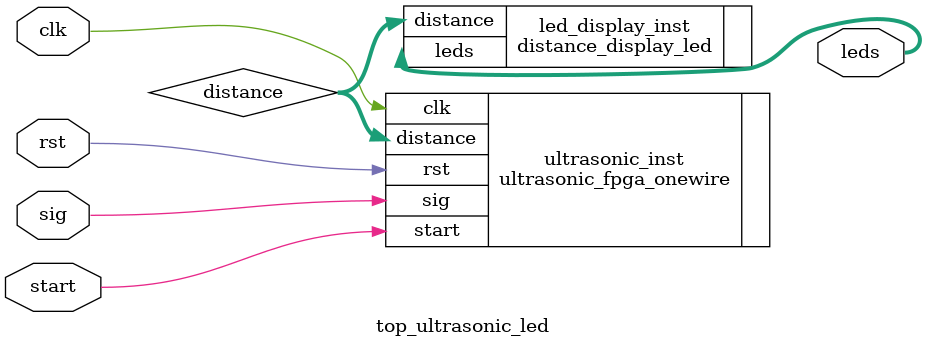
<source format=v>
module top_ultrasonic_led (
    input wire clk,
    input wire rst,
    input wire start,       // bouton de déclenchement
    inout wire sig,         // broche unique pour trigger + echo
    output wire [5:0] leds  // LEDs pour affichage distance
);

    wire [8:0] distance;

    // Module de mesure (version bidirectionnelle du capteur)
    ultrasonic_fpga_onewire ultrasonic_inst (
        .clk(clk),
        .rst(rst),
        .start(start),
        .sig(sig),
        .distance(distance)
    );

    // Module d'affichage LEDs
    distance_display_led led_display_inst (
        .distance(distance),
        .leds(leds)
    );

endmodule

</source>
